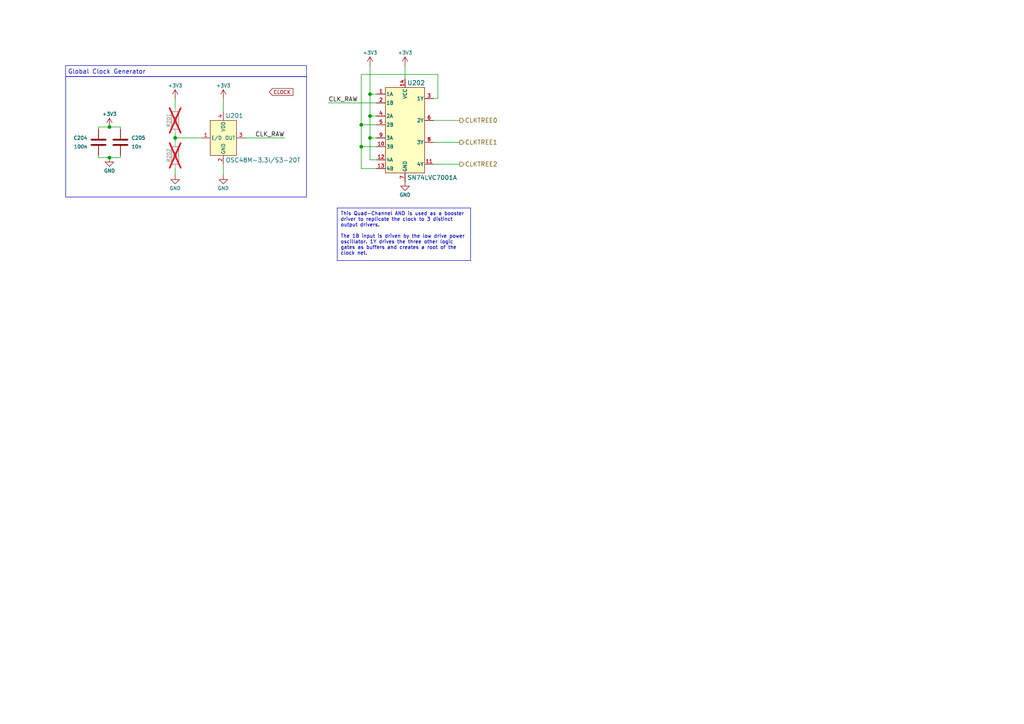
<source format=kicad_sch>
(kicad_sch (version 20250114) (generator "eeschema") (generator_version "9.0")
  (paper "A4")
  (title_block (company "Ashet Technologies"))
  (lib_symbols
    (symbol "Device:C" (pin_numbers (hide yes)) (pin_names (offset 0.254))
      (property "Reference" "C" (at 0.635 2.54 0))
      (property "Value" "C" (at 0.635 -2.54 0))
      (symbol "C_0_1"
        (polyline (pts (xy -2.032 0.762) (xy 2.032 0.762)) (stroke (width 0.508)))
        (polyline (pts (xy -2.032 -0.762) (xy 2.032 -0.762)) (stroke (width 0.508)))
      )
      (symbol "C_1_1"
        (pin passive line (at 0 3.81 270) (length 2.794) (name "~") (number "1"))
        (pin passive line (at 0 -3.81 90) (length 2.794) (name "~") (number "2"))
      )
    )
    (symbol "Device:R" (pin_numbers (hide yes)) (pin_names (offset 0))
      (property "Reference" "R" (at 2.032 0 90))
      (property "Value" "R" (at 0 0 90))
      (symbol "R_0_1"
        (rectangle (start -1.016 -2.54) (end 1.016 2.54) (stroke (width 0.254)))
      )
      (symbol "R_1_1"
        (pin passive line (at 0 3.81 270) (length 1.27) (name "~") (number "1"))
        (pin passive line (at 0 -3.81 90) (length 1.27) (name "~") (number "2"))
      )
    )
    (symbol "Home Computer:OSC48M-3.3I/S3-20T" (pin_names (offset 0.254))
      (property "Reference" "U" (at 0.508 5.588 0))
      (property "Value" "OSC48M-3.3I/S3-20T" (at 0.508 -5.588 0))
      (symbol "OSC48M-3.3I/S3-20T_1_1"
        (rectangle (start -3.81 5.08) (end 3.81 -5.08) (fill (type background)))
        (pin input line (at -6.35 0 0) (length 2.54) (name "E/D") (number "1"))
        (pin power_in line (at 0 7.62 270) (length 2.54) (name "VDD") (number "4"))
        (pin power_in line (at 0 -7.62 90) (length 2.54) (name "GND") (number "2"))
        (pin output line (at 6.35 0 180) (length 2.54) (name "OUT") (number "3"))
      )
    )
    (symbol "Home Computer:SN74LVC7001APWR" (pin_names (offset 0.254))
      (property "Reference" "U" (at 0 13.335 0))
      (property "Value" "SN74LVC7001A" (at 0 -12.7 0))
      (symbol "SN74LVC7001APWR_1_1"
        (rectangle (start -6.35 12.7) (end 5.08 -12.065) (fill (type background)))
        (pin input line (at -8.89 10.795 0) (length 2.54) (name "1A") (number "1"))
        (pin input line (at -8.89 8.255 0) (length 2.54) (name "1B") (number "2"))
        (pin input line (at -8.89 4.445 0) (length 2.54) (name "2A") (number "4"))
        (pin input line (at -8.89 1.905 0) (length 2.54) (name "2B") (number "5"))
        (pin input line (at -8.89 -1.905 0) (length 2.54) (name "3A") (number "9"))
        (pin input line (at -8.89 -4.445 0) (length 2.54) (name "3B") (number "10"))
        (pin input line (at -8.89 -8.255 0) (length 2.54) (name "4A") (number "12"))
        (pin input line (at -8.89 -10.795 0) (length 2.54) (name "4B") (number "13"))
        (pin power_in line (at -0.635 15.24 270) (length 2.54) (name "VCC") (number "14"))
        (pin power_in line (at -0.635 -14.605 90) (length 2.54) (name "GND") (number "7"))
        (pin output line (at 7.62 9.525 180) (length 2.54) (name "1Y") (number "3"))
        (pin output line (at 7.62 3.175 180) (length 2.54) (name "2Y") (number "6"))
        (pin output line (at 7.62 -3.175 180) (length 2.54) (name "3Y") (number "8"))
        (pin output line (at 7.62 -9.525 180) (length 2.54) (name "4Y") (number "11"))
      )
    )
    (symbol "power:+3V3" (power) (pin_numbers (hide yes)) (pin_names (offset 0) (hide yes))
      (property "Value" "+3V3" (at 0 3.556 0))
      (symbol "+3V3_0_1"
        (polyline (pts (xy -0.762 1.27) (xy 0 2.54)))
        (polyline (pts (xy 0 2.54) (xy 0.762 1.27)))
        (polyline (pts (xy 0 0) (xy 0 2.54)))
      )
      (symbol "+3V3_1_1"
        (pin power_in line (at 0 0 90) (length 0) (name "~") (number "1"))
      )
    )
    (symbol "power:GND" (power) (pin_numbers (hide yes)) (pin_names (offset 0) (hide yes))
      (property "Value" "GND" (at 0 -3.81 0))
      (symbol "GND_0_1"
        (polyline (pts (xy 0 0) (xy 0 -1.27) (xy 1.27 -1.27) (xy 0 -2.54) (xy -1.27 -1.27) (xy 0 -1.27)))
      )
      (symbol "GND_1_1"
        (pin power_in line (at 0 0 270) (length 0) (name "~") (number "1"))
      )
    )
  )
  (rectangle (start 19.05 19.05) (end 88.9 22.225) (fill (type color) (color 255 255 255 1)))
  (rectangle (start 19.05 22.225) (end 88.9 57.15))
  (text "Global Clock Generator" (at 19.685 20.955 0) (effects (font (size 1.27 1.27)) (justify left)))
  (text_box "This Quad-Channel AND is used as a booster driver to replicate the clock to 3 distinct output drivers.\n\nThe 1B input is driven by the low drive power oscillator. 1Y drives the three other logic gates as buffers and creates a root of the clock net." (at 97.79 60.325 0) (size 38.735 15.24) (margins 0.9525 0.9525 0.9525 0.9525) (fill (type color) (color 255 255 255 1)) (effects (font (size 1.016 1.016)) (justify left top)))
  (junction (at 31.75 36.83))
  (junction (at 107.315 40.005))
  (junction (at 50.8 40.005))
  (junction (at 104.775 36.195))
  (junction (at 31.75 45.72))
  (junction (at 104.775 42.545))
  (junction (at 107.315 33.655))
  (junction (at 107.315 27.305))
  (wire (pts (xy 104.775 42.545) (xy 104.775 48.895)))
  (wire (pts (xy 28.575 36.83) (xy 31.75 36.83)))
  (wire (pts (xy 107.315 27.305) (xy 109.22 27.305)))
  (wire (pts (xy 107.315 33.655) (xy 109.22 33.655)))
  (wire (pts (xy 107.315 27.305) (xy 107.315 33.655)))
  (wire (pts (xy 107.315 33.655) (xy 107.315 40.005)))
  (wire (pts (xy 107.315 46.355) (xy 109.22 46.355)))
  (wire (pts (xy 125.73 41.275) (xy 133.35 41.275)))
  (wire (pts (xy 104.775 21.59) (xy 127 21.59)))
  (wire (pts (xy 58.42 40.005) (xy 50.8 40.005)))
  (wire (pts (xy 117.475 19.05) (xy 117.475 22.86)))
  (wire (pts (xy 34.925 36.83) (xy 34.925 37.465)))
  (wire (pts (xy 107.315 19.05) (xy 107.315 27.305)))
  (wire (pts (xy 34.925 45.72) (xy 34.925 45.085)))
  (wire (pts (xy 31.75 45.72) (xy 34.925 45.72)))
  (wire (pts (xy 104.775 48.895) (xy 109.22 48.895)))
  (wire (pts (xy 50.8 48.895) (xy 50.8 50.8)))
  (wire (pts (xy 104.775 36.195) (xy 109.22 36.195)))
  (wire (pts (xy 127 28.575) (xy 127 21.59)))
  (wire (pts (xy 50.8 38.735) (xy 50.8 40.005)))
  (wire (pts (xy 104.775 21.59) (xy 104.775 36.195)))
  (wire (pts (xy 107.315 40.005) (xy 107.315 46.355)))
  (wire (pts (xy 95.25 29.845) (xy 109.22 29.845)))
  (wire (pts (xy 104.775 42.545) (xy 109.22 42.545)))
  (wire (pts (xy 107.315 40.005) (xy 109.22 40.005)))
  (wire (pts (xy 125.73 47.625) (xy 133.3344 47.625)))
  (wire (pts (xy 31.75 36.83) (xy 34.925 36.83)))
  (wire (pts (xy 71.12 40.005) (xy 82.55 40.005)))
  (wire (pts (xy 28.575 45.72) (xy 31.75 45.72)))
  (wire (pts (xy 28.575 45.72) (xy 28.575 45.085)))
  (wire (pts (xy 64.77 47.625) (xy 64.77 50.8)))
  (wire (pts (xy 50.8 28.575) (xy 50.8 31.115)))
  (wire (pts (xy 127 28.575) (xy 125.73 28.575)))
  (wire (pts (xy 64.77 28.575) (xy 64.77 32.385)))
  (wire (pts (xy 125.73 34.925) (xy 133.35 34.925)))
  (wire (pts (xy 104.775 36.195) (xy 104.775 42.545)))
  (wire (pts (xy 50.8 40.005) (xy 50.8 41.275)))
  (wire (pts (xy 28.575 36.83) (xy 28.575 37.465)))
  (label "CLK_RAW" (at 82.55 40.005 180))
  (label "CLK_RAW" (at 95.25 29.845 0))
  (global_label "CLOCK" (shape input) (at 78.105 26.67 0) (effects (font (size 1.016 1.016))) (property "Intersheetrefs" "${INTERSHEET_REFS}" (effects (hide yes))))
  (hierarchical_label "CLKTREE1" (shape output) (at 133.35 41.275 0))
  (hierarchical_label "CLKTREE2" (shape output) (at 133.35 47.625 0))
  (hierarchical_label "CLKTREE0" (shape output) (at 133.35 34.925 0))
  (symbol (lib_id "Device:C") (at 28.575 41.275 0) (mirror x) (unit 1)
    (property "Reference" "C204" (at 25.4 40.0049 0) (effects (font (size 1.016 1.016)) (justify right)))
    (property "Value" "100n" (at 25.4 42.5449 0) (effects (font (size 1.016 1.016)) (justify right)))
    (property "Footprint" "Capacitor_SMD:C_0603_1608Metric" (effects (hide yes)))
    (property "Description" "Unpolarized capacitor" (effects (hide yes)))
  )
  (symbol (lib_id "Device:R") (at 50.8 34.925 180) (unit 1) (in_bom no) (dnp yes)
    (property "Reference" "R201" (at 49.53 34.925 90) (effects (font (size 1.016 1.016)) (justify top)))
    (property "Value" "10K" (at 50.8 34.925 90) (effects (font (size 1.016 1.016))))
    (property "Footprint" "Resistor_SMD:R_0603_1608Metric" (effects (hide yes)))
    (property "Description" "Resistor" (effects (hide yes)))
  )
  (symbol (lib_id "Home Computer:SN74LVC7001APWR") (at 118.11 38.1 0) (unit 1)
    (property "Reference" "U202" (at 118.11 24.765 0) (effects (justify left bottom)))
    (property "Value" "SN74LVC7001A" (at 118.11 50.8 0) (effects (justify left top)))
    (property "Datasheet" "https://www.ti.com/lit/ds/symlink/sn74lvc7001a.pdf?ts=1710954051460" (effects (hide yes)))
    (property "Description" "Quad 2-Input AND Gates with Schmitt-Trigger Inputs" (effects (hide yes)))
    (property "Digikey Part No" "296-SN74LVC7001APWRTR-ND" (effects (hide yes)))
  )
  (symbol (lib_id "Device:C") (at 34.925 41.275 180) (unit 1)
    (property "Reference" "C205" (at 38.1 40.0049 0) (effects (font (size 1.016 1.016)) (justify right)))
    (property "Value" "10n" (at 38.1 42.5449 0) (effects (font (size 1.016 1.016)) (justify right)))
    (property "Footprint" "Capacitor_SMD:C_0603_1608Metric" (effects (hide yes)))
    (property "Description" "Unpolarized capacitor" (effects (hide yes)))
  )
  (symbol (lib_id "Home Computer:OSC48M-3.3I/S3-20T") (at 64.77 40.005 0) (unit 1)
    (property "Reference" "U201" (at 65.405 34.29 0) (effects (justify left bottom)))
    (property "Value" "OSC48M-3.3I/S3-20T" (at 65.405 45.72 0) (effects (justify left top)))
    (property "Datasheet" "https://www.yic.com.tw/wp-content/uploads/2024/10/YIC-OSC-S3-Series.pdf" (effects (hide yes)))
  )
  (symbol (lib_id "power:+3V3") (at 64.77 28.575 0) (unit 1)
    (property "Reference" "#PWR0205" (effects (hide yes)))
    (property "Value" "+3V3" (at 64.77 25.4 0) (effects (font (size 1.016 1.016)) (justify bottom)))
    (property "Description" "Power symbol creates a global label with name \"+3V3\"" (effects (hide yes)))
  )
  (symbol (lib_id "Device:R") (at 50.8 45.085 180) (unit 1) (in_bom no) (dnp yes)
    (property "Reference" "R202" (at 49.53 45.085 90) (effects (font (size 1.016 1.016)) (justify top)))
    (property "Value" "10K" (at 50.8 45.085 90) (effects (font (size 1.016 1.016))))
    (property "Footprint" "Resistor_SMD:R_0603_1608Metric" (effects (hide yes)))
    (property "Description" "Resistor" (effects (hide yes)))
  )
  (symbol (lib_id "power:+3V3") (at 50.8 28.575 0) (unit 1)
    (property "Reference" "#PWR0203" (effects (hide yes)))
    (property "Value" "+3V3" (at 50.8 25.4 0) (effects (font (size 1.016 1.016)) (justify bottom)))
    (property "Description" "Power symbol creates a global label with name \"+3V3\"" (effects (hide yes)))
  )
  (symbol (lib_id "power:GND") (at 117.475 52.705 0) (unit 1)
    (property "Reference" "#PWR0209" (effects (hide yes)))
    (property "Value" "GND" (at 117.475 56.515 0) (effects (font (size 1.016 1.016))))
    (property "Description" "Power symbol creates a global label with name \"GND\" , ground" (effects (hide yes)))
  )
  (symbol (lib_id "power:GND") (at 31.75 45.72 0) (unit 1)
    (property "Reference" "#PWR0202" (effects (hide yes)))
    (property "Value" "GND" (at 31.75 49.53 0) (effects (font (size 1.016 1.016))))
    (property "Description" "Power symbol creates a global label with name \"GND\" , ground" (effects (hide yes)))
  )
  (symbol (lib_id "power:GND") (at 64.77 50.8 0) (unit 1)
    (property "Reference" "#PWR0206" (effects (hide yes)))
    (property "Value" "GND" (at 64.77 54.61 0) (effects (font (size 1.016 1.016))))
    (property "Description" "Power symbol creates a global label with name \"GND\" , ground" (effects (hide yes)))
  )
  (symbol (lib_id "power:GND") (at 50.8 50.8 0) (unit 1)
    (property "Reference" "#PWR0204" (effects (hide yes)))
    (property "Value" "GND" (at 50.8 54.61 0) (effects (font (size 1.016 1.016))))
    (property "Description" "Power symbol creates a global label with name \"GND\" , ground" (effects (hide yes)))
  )
  (symbol (lib_id "power:+3V3") (at 117.475 19.05 0) (unit 1)
    (property "Reference" "#PWR0208" (effects (hide yes)))
    (property "Value" "+3V3" (at 117.475 15.875 0) (effects (font (size 1.016 1.016)) (justify bottom)))
    (property "Description" "Power symbol creates a global label with name \"+3V3\"" (effects (hide yes)))
  )
  (symbol (lib_id "power:+3V3") (at 31.75 36.83 0) (unit 1)
    (property "Reference" "#PWR0201" (effects (hide yes)))
    (property "Value" "+3V3" (at 31.75 33.655 0) (effects (font (size 1.016 1.016)) (justify bottom)))
    (property "Description" "Power symbol creates a global label with name \"+3V3\"" (effects (hide yes)))
  )
  (symbol (lib_id "power:+3V3") (at 107.315 19.05 0) (unit 1)
    (property "Reference" "#PWR0207" (effects (hide yes)))
    (property "Value" "+3V3" (at 107.315 15.875 0) (effects (font (size 1.016 1.016)) (justify bottom)))
    (property "Description" "Power symbol creates a global label with name \"+3V3\"" (effects (hide yes)))
  )
)
</source>
